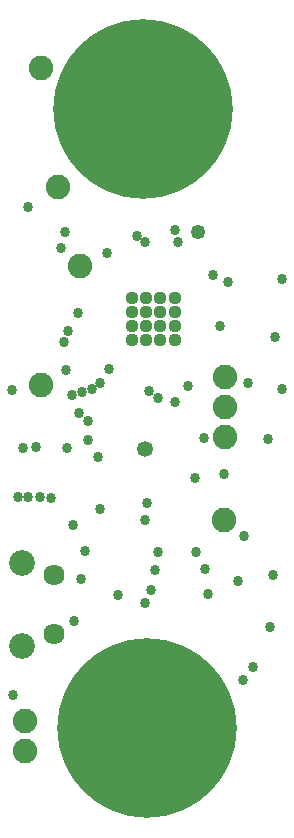
<source format=gbr>
G04 EAGLE Gerber RS-274X export*
G75*
%MOMM*%
%FSLAX34Y34*%
%LPD*%
%INSoldermask Bottom*%
%IPPOS*%
%AMOC8*
5,1,8,0,0,1.08239X$1,22.5*%
G01*
%ADD10C,2.082800*%
%ADD11C,1.111200*%
%ADD12C,1.785400*%
%ADD13C,2.183200*%
%ADD14C,0.858000*%
%ADD15C,1.253200*%
%ADD16C,1.346200*%
%ADD17C,15.203200*%


D10*
X21200Y47500D03*
X21200Y22100D03*
D11*
X112000Y405500D03*
X112000Y393500D03*
X112000Y381500D03*
X112000Y369500D03*
X124000Y405500D03*
X124000Y393500D03*
X124000Y381500D03*
X124000Y369500D03*
X136000Y405500D03*
X136000Y393500D03*
X136000Y381500D03*
X136000Y369500D03*
X148000Y405500D03*
X148000Y393500D03*
X148000Y381500D03*
X148000Y369500D03*
D12*
X45480Y170500D03*
X45480Y120500D03*
D13*
X18480Y180500D03*
X18480Y110500D03*
D10*
X49000Y499000D03*
X190000Y217000D03*
X35000Y600000D03*
X35000Y332000D03*
X68000Y432000D03*
X191000Y338000D03*
X191000Y288000D03*
X191000Y313000D03*
D14*
X10779Y69006D03*
X176000Y155000D03*
X63157Y132157D03*
X214000Y93000D03*
X100000Y154000D03*
X83201Y270799D03*
X66941Y308000D03*
X10349Y327002D03*
X229000Y127000D03*
X72000Y191000D03*
X15000Y237000D03*
X57000Y278000D03*
X123000Y453000D03*
X239106Y421000D03*
X148000Y463000D03*
D15*
X168000Y461000D03*
D14*
X207000Y204000D03*
X231000Y171000D03*
X52000Y448000D03*
D16*
X123000Y277500D03*
D14*
X227000Y286000D03*
X210000Y333000D03*
X206000Y82000D03*
X239106Y328000D03*
X180562Y425000D03*
X91000Y443000D03*
X62230Y213360D03*
X92000Y344941D03*
X69000Y167000D03*
X34000Y237000D03*
X190000Y256000D03*
X173000Y287000D03*
X85059Y227000D03*
X128000Y158000D03*
X123000Y217000D03*
X24000Y237000D03*
X159000Y331000D03*
X126201Y326201D03*
X85000Y333000D03*
X133941Y321000D03*
X78000Y328000D03*
X148000Y317000D03*
X69326Y326000D03*
X131000Y175000D03*
X166000Y190000D03*
X24003Y482727D03*
X54000Y368000D03*
X56000Y344000D03*
X31000Y279000D03*
X43000Y236000D03*
X134000Y190000D03*
X165000Y253000D03*
X125000Y232000D03*
X75000Y301000D03*
X75000Y285000D03*
X61000Y323000D03*
X58000Y377000D03*
X66000Y393000D03*
X19432Y278006D03*
X186503Y381539D03*
X151000Y453000D03*
D17*
X125000Y41000D03*
D14*
X174000Y176000D03*
D17*
X121000Y565000D03*
D14*
X233000Y372000D03*
X193000Y419000D03*
X123000Y147000D03*
X202000Y166000D03*
X116000Y458000D03*
X55000Y461000D03*
M02*

</source>
